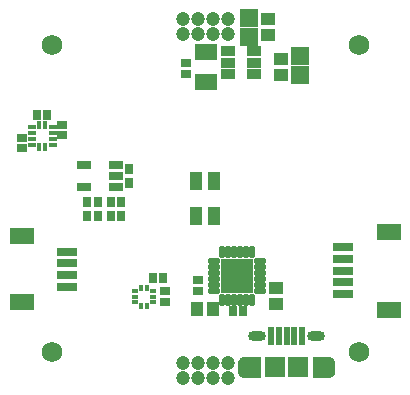
<source format=gts>
G04*
G04 #@! TF.GenerationSoftware,Altium Limited,Altium Designer,24.5.2 (23)*
G04*
G04 Layer_Color=8388736*
%FSLAX44Y44*%
%MOMM*%
G71*
G04*
G04 #@! TF.SameCoordinates,E9FC05D7-2B72-4DC1-8FCA-AC280C2F8AC5*
G04*
G04*
G04 #@! TF.FilePolarity,Negative*
G04*
G01*
G75*
%ADD23R,1.1000X1.5000*%
%ADD40R,0.6532X0.4532*%
%ADD41R,0.4532X0.6532*%
%ADD42R,0.8432X0.8032*%
%ADD43R,1.7532X0.8032*%
%ADD44R,2.0032X1.4032*%
%ADD45R,0.6032X1.5532*%
%ADD46R,1.7032X1.7532*%
%ADD47R,0.8032X0.8432*%
%ADD48R,0.8032X0.9532*%
%ADD49R,1.2032X0.7532*%
%ADD50R,1.6032X1.5032*%
%ADD51R,1.2032X0.9032*%
%ADD52R,1.9532X1.4032*%
%ADD53R,1.2032X1.1032*%
G04:AMPARAMS|DCode=54|XSize=1.0032mm|YSize=0.5532mm|CornerRadius=0.1454mm|HoleSize=0mm|Usage=FLASHONLY|Rotation=270.000|XOffset=0mm|YOffset=0mm|HoleType=Round|Shape=RoundedRectangle|*
%AMROUNDEDRECTD54*
21,1,1.0032,0.2625,0,0,270.0*
21,1,0.7125,0.5532,0,0,270.0*
1,1,0.2907,-0.1313,-0.3563*
1,1,0.2907,-0.1313,0.3563*
1,1,0.2907,0.1313,0.3563*
1,1,0.2907,0.1313,-0.3563*
%
%ADD54ROUNDEDRECTD54*%
%ADD55R,2.8032X2.9032*%
G04:AMPARAMS|DCode=56|XSize=1.0532mm|YSize=0.5532mm|CornerRadius=0.1454mm|HoleSize=0mm|Usage=FLASHONLY|Rotation=0.000|XOffset=0mm|YOffset=0mm|HoleType=Round|Shape=RoundedRectangle|*
%AMROUNDEDRECTD56*
21,1,1.0532,0.2625,0,0,0.0*
21,1,0.7625,0.5532,0,0,0.0*
1,1,0.2907,0.3813,-0.1313*
1,1,0.2907,-0.3813,-0.1313*
1,1,0.2907,-0.3813,0.1313*
1,1,0.2907,0.3813,0.1313*
%
%ADD56ROUNDEDRECTD56*%
%ADD57R,1.1032X1.2032*%
%ADD58R,0.4532X0.4782*%
%ADD59R,0.4782X0.4532*%
%ADD60O,1.5032X0.8532*%
%ADD61O,0.9782X1.7532*%
%ADD62C,1.2032*%
%ADD63C,1.7272*%
G36*
X47000Y-151750D02*
X33000D01*
X32738Y-151743D01*
X32477Y-151723D01*
X32218Y-151688D01*
X31960Y-151641D01*
X31706Y-151580D01*
X31455Y-151505D01*
X31208Y-151418D01*
X30966Y-151318D01*
X30730Y-151205D01*
X30500Y-151080D01*
X30277Y-150943D01*
X30061Y-150795D01*
X29853Y-150636D01*
X29654Y-150466D01*
X29464Y-150286D01*
X29284Y-150096D01*
X29114Y-149897D01*
X28955Y-149689D01*
X28807Y-149473D01*
X28670Y-149250D01*
X28545Y-149020D01*
X28432Y-148784D01*
X28332Y-148542D01*
X28245Y-148295D01*
X28170Y-148044D01*
X28109Y-147789D01*
X28062Y-147532D01*
X28027Y-147273D01*
X28007Y-147012D01*
X28000Y-146750D01*
Y-139250D01*
X28007Y-138988D01*
X28027Y-138727D01*
X28062Y-138468D01*
X28109Y-138210D01*
X28170Y-137956D01*
X28245Y-137705D01*
X28332Y-137458D01*
X28432Y-137216D01*
X28545Y-136980D01*
X28670Y-136750D01*
X28807Y-136527D01*
X28955Y-136311D01*
X29114Y-136103D01*
X29284Y-135904D01*
X29464Y-135715D01*
X29654Y-135534D01*
X29853Y-135364D01*
X30061Y-135205D01*
X30277Y-135057D01*
X30500Y-134920D01*
X30730Y-134795D01*
X30966Y-134682D01*
X31208Y-134582D01*
X31455Y-134495D01*
X31706Y-134420D01*
X31960Y-134359D01*
X32218Y-134312D01*
X32477Y-134277D01*
X32738Y-134257D01*
X33000Y-134250D01*
X47000D01*
Y-151750D01*
D02*
G37*
G36*
X105262Y-134257D02*
X105523Y-134277D01*
X105782Y-134312D01*
X106040Y-134359D01*
X106294Y-134420D01*
X106545Y-134495D01*
X106792Y-134582D01*
X107034Y-134682D01*
X107270Y-134795D01*
X107500Y-134920D01*
X107723Y-135057D01*
X107939Y-135205D01*
X108147Y-135364D01*
X108346Y-135534D01*
X108535Y-135715D01*
X108716Y-135904D01*
X108886Y-136103D01*
X109045Y-136311D01*
X109193Y-136527D01*
X109330Y-136750D01*
X109455Y-136980D01*
X109568Y-137216D01*
X109668Y-137458D01*
X109755Y-137705D01*
X109830Y-137956D01*
X109891Y-138210D01*
X109938Y-138468D01*
X109973Y-138727D01*
X109993Y-138988D01*
X110000Y-139250D01*
Y-146750D01*
X109993Y-147012D01*
X109973Y-147273D01*
X109938Y-147532D01*
X109891Y-147789D01*
X109830Y-148044D01*
X109755Y-148295D01*
X109668Y-148542D01*
X109568Y-148784D01*
X109455Y-149020D01*
X109330Y-149250D01*
X109193Y-149473D01*
X109045Y-149689D01*
X108886Y-149897D01*
X108716Y-150096D01*
X108535Y-150286D01*
X108346Y-150466D01*
X108147Y-150636D01*
X107939Y-150795D01*
X107723Y-150943D01*
X107500Y-151080D01*
X107270Y-151205D01*
X107034Y-151318D01*
X106792Y-151418D01*
X106545Y-151505D01*
X106294Y-151580D01*
X106040Y-151641D01*
X105782Y-151688D01*
X105523Y-151723D01*
X105262Y-151743D01*
X105000Y-151750D01*
X91000D01*
Y-134250D01*
X105000D01*
X105262Y-134257D01*
D02*
G37*
D23*
X-7500Y-15000D02*
D03*
X7500D02*
D03*
Y15000D02*
D03*
X-7500D02*
D03*
D40*
X-129000Y45500D02*
D03*
Y50500D02*
D03*
Y55500D02*
D03*
Y60500D02*
D03*
X-147000D02*
D03*
Y55500D02*
D03*
Y50500D02*
D03*
Y45500D02*
D03*
D41*
X-135500Y62250D02*
D03*
X-140500D02*
D03*
Y43750D02*
D03*
X-135500D02*
D03*
D42*
X-121000Y53600D02*
D03*
Y62400D02*
D03*
X-155000Y51400D02*
D03*
Y42600D02*
D03*
X-16000Y114400D02*
D03*
Y105600D02*
D03*
X-6000Y-69100D02*
D03*
Y-77900D02*
D03*
X-34000Y-87400D02*
D03*
Y-78600D02*
D03*
D43*
X116680Y-71000D02*
D03*
Y-41000D02*
D03*
Y-51000D02*
D03*
Y-61000D02*
D03*
Y-81000D02*
D03*
X-116680Y-45000D02*
D03*
Y-75000D02*
D03*
Y-65000D02*
D03*
Y-55000D02*
D03*
D44*
X155430Y-28000D02*
D03*
Y-94000D02*
D03*
X-155430Y-88000D02*
D03*
Y-32000D02*
D03*
D45*
X56000Y-116000D02*
D03*
X62500D02*
D03*
X69000D02*
D03*
X75500D02*
D03*
X82000D02*
D03*
D46*
X59000Y-143000D02*
D03*
X79000D02*
D03*
D47*
X-71000Y-3000D02*
D03*
X-79800D02*
D03*
X-71000Y-15000D02*
D03*
X-79800D02*
D03*
X-99800Y-3000D02*
D03*
X-91000D02*
D03*
X-99800Y-15000D02*
D03*
X-91000D02*
D03*
X-133600Y71000D02*
D03*
X-142400D02*
D03*
X23600Y-95500D02*
D03*
X32400D02*
D03*
X-35600Y-67000D02*
D03*
X-44400D02*
D03*
D48*
X-64400Y24750D02*
D03*
Y13250D02*
D03*
D49*
X-102900Y9500D02*
D03*
Y28500D02*
D03*
X-75900D02*
D03*
Y19000D02*
D03*
Y9500D02*
D03*
D50*
X37000Y137000D02*
D03*
Y153000D02*
D03*
X80000Y121000D02*
D03*
Y105000D02*
D03*
D51*
X41000Y105500D02*
D03*
Y115000D02*
D03*
Y124500D02*
D03*
X19000Y105500D02*
D03*
Y115000D02*
D03*
Y124500D02*
D03*
D52*
X1000Y123750D02*
D03*
Y98250D02*
D03*
D53*
X53000Y151750D02*
D03*
Y138250D02*
D03*
X64000Y117750D02*
D03*
Y104250D02*
D03*
X60000Y-89250D02*
D03*
Y-75750D02*
D03*
D54*
X39500Y-45500D02*
D03*
X34500D02*
D03*
X29500D02*
D03*
X24500D02*
D03*
X19500D02*
D03*
X14500D02*
D03*
Y-85500D02*
D03*
X19500D02*
D03*
X24500D02*
D03*
X29500D02*
D03*
X34500D02*
D03*
X39500D02*
D03*
D55*
X27000Y-65500D02*
D03*
D56*
X7250Y-53000D02*
D03*
Y-58000D02*
D03*
Y-63000D02*
D03*
Y-68000D02*
D03*
Y-73000D02*
D03*
Y-78000D02*
D03*
X46750D02*
D03*
Y-73000D02*
D03*
Y-68000D02*
D03*
Y-63000D02*
D03*
Y-58000D02*
D03*
Y-53000D02*
D03*
D57*
X6750Y-93500D02*
D03*
X-6750D02*
D03*
D58*
X-54500Y-90625D02*
D03*
X-49500D02*
D03*
X-54500Y-75375D02*
D03*
X-49500D02*
D03*
D59*
X-44375Y-88000D02*
D03*
X-59625D02*
D03*
X-44375Y-83000D02*
D03*
Y-78000D02*
D03*
X-59625Y-83000D02*
D03*
Y-78000D02*
D03*
D60*
X44000Y-116000D02*
D03*
X94000D02*
D03*
D61*
X34000Y-143000D02*
D03*
X104000D02*
D03*
D62*
X19050Y139650D02*
D03*
Y152350D02*
D03*
X6350Y139650D02*
D03*
X-6350D02*
D03*
X-19050D02*
D03*
X6350Y152350D02*
D03*
X-6350D02*
D03*
X-19050D02*
D03*
X19050Y-152350D02*
D03*
X6350D02*
D03*
X-6350D02*
D03*
X19050Y-139650D02*
D03*
X6350D02*
D03*
X-6350D02*
D03*
X-19050Y-152350D02*
D03*
Y-139650D02*
D03*
D63*
X130000Y-130000D02*
D03*
X-130000D02*
D03*
X130000Y130000D02*
D03*
X-130000D02*
D03*
M02*

</source>
